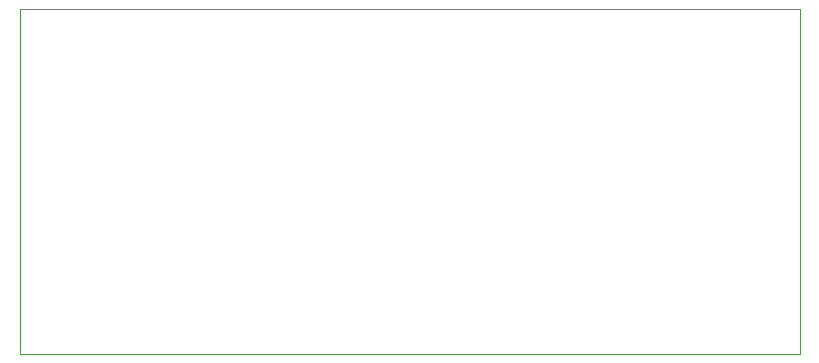
<source format=gbr>
%TF.GenerationSoftware,KiCad,Pcbnew,9.0.7*%
%TF.CreationDate,2026-01-29T22:17:19+05:30*%
%TF.ProjectId,RELAY,52454c41-592e-46b6-9963-61645f706362,rev?*%
%TF.SameCoordinates,Original*%
%TF.FileFunction,Profile,NP*%
%FSLAX46Y46*%
G04 Gerber Fmt 4.6, Leading zero omitted, Abs format (unit mm)*
G04 Created by KiCad (PCBNEW 9.0.7) date 2026-01-29 22:17:19*
%MOMM*%
%LPD*%
G01*
G04 APERTURE LIST*
%TA.AperFunction,Profile*%
%ADD10C,0.050000*%
%TD*%
G04 APERTURE END LIST*
D10*
X120650000Y-101600000D02*
X186690000Y-101600000D01*
X186690000Y-130810000D01*
X120650000Y-130810000D01*
X120650000Y-101600000D01*
M02*

</source>
